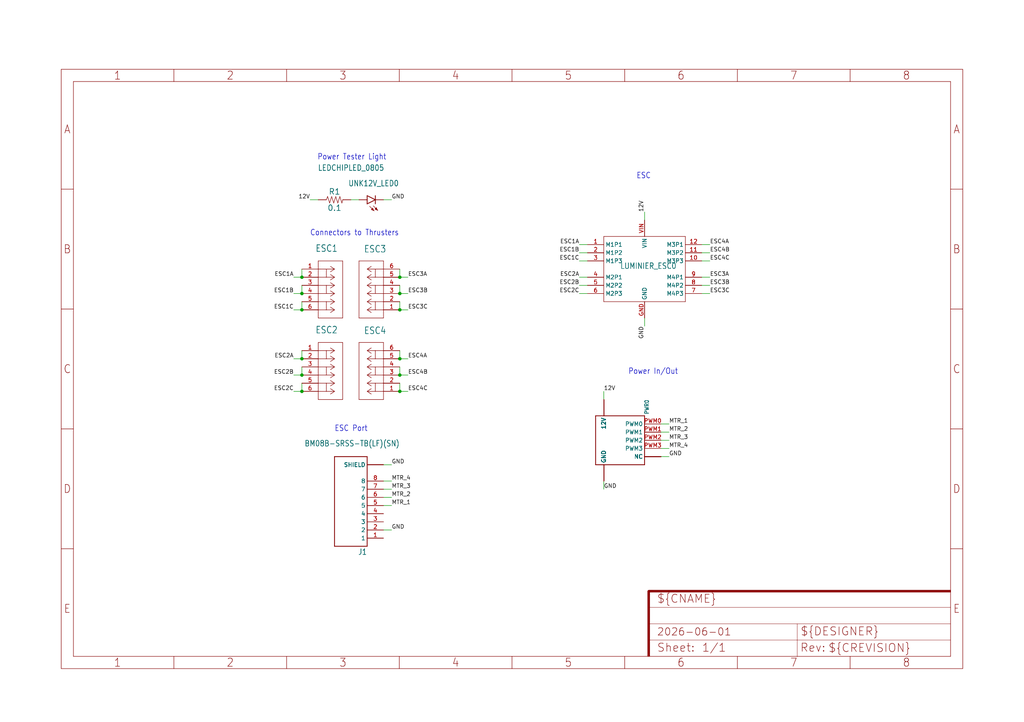
<source format=kicad_sch>
(kicad_sch (version 20231120) (generator "eeschema") (generator_version "8.0")
  (paper "User" 318.77 224.942)
  (lib_symbols
    (symbol "X16-ESC-Adapter-eagle-import:0.1OHM-0603-1/3W-1%"
      (property "Reference" "R" (at 0 1.524 0))
      (symbol "0.1OHM-0603-1/3W-1%_1_0"
        (polyline (pts (xy -2.54 0) (xy -2.159 1.016)) (stroke (width 0.1524)))
        (polyline (pts (xy -2.159 1.016) (xy -1.524 -1.016)) (stroke (width 0.1524)))
        (polyline (pts (xy -1.524 -1.016) (xy -0.889 1.016)) (stroke (width 0.1524)))
        (polyline (pts (xy -0.889 1.016) (xy -0.254 -1.016)) (stroke (width 0.1524)))
        (polyline (pts (xy -0.254 -1.016) (xy 0.381 1.016)) (stroke (width 0.1524)))
        (polyline (pts (xy 0.381 1.016) (xy 1.016 -1.016)) (stroke (width 0.1524)))
        (polyline (pts (xy 1.016 -1.016) (xy 1.651 1.016)) (stroke (width 0.1524)))
        (polyline (pts (xy 1.651 1.016) (xy 2.286 -1.016)) (stroke (width 0.1524)))
        (polyline (pts (xy 2.286 -1.016) (xy 2.54 0)) (stroke (width 0.1524)))
        (pin passive line (at -5.08 0 0) (length 2.54) (name "1") (number "1"))
        (pin passive line (at 5.08 0 180) (length 2.54) (name "2") (number "2"))
      )
    )
    (symbol "X16-ESC-Adapter-eagle-import:BM08B-SRSS-TB(LF)(SN)"
      (property "Reference" "J" (at -5.08 16.002 0))
      (symbol "BM08B-SRSS-TB(LF)(SN)_1_0"
        (polyline (pts (xy -5.08 -12.7) (xy 5.08 -12.7)) (stroke (width 0.254)))
        (polyline (pts (xy -5.08 15.24) (xy -5.08 -12.7)) (stroke (width 0.254)))
        (polyline (pts (xy 5.08 -12.7) (xy 5.08 15.24)) (stroke (width 0.254)))
        (polyline (pts (xy 5.08 15.24) (xy -5.08 15.24)) (stroke (width 0.254)))
        (pin passive line (at -10.16 12.7 0) (length 5.08) (name "1") (number "1"))
        (pin passive line (at -10.16 10.16 0) (length 5.08) (name "2") (number "2"))
        (pin passive line (at -10.16 7.62 0) (length 5.08) (name "3") (number "3"))
        (pin passive line (at -10.16 5.08 0) (length 5.08) (name "4") (number "4"))
        (pin passive line (at -10.16 2.54 0) (length 5.08) (name "5") (number "5"))
        (pin passive line (at -10.16 0 0) (length 5.08) (name "6") (number "6"))
        (pin passive line (at -10.16 -2.54 0) (length 5.08) (name "7") (number "7"))
        (pin passive line (at -10.16 -5.08 0) (length 5.08) (name "8") (number "8"))
        (pin passive line (at -10.16 -10.16 0) (length 5.08) (name "SHIELD") (number "S1"))
        (pin passive line (at -10.16 -10.16 0) (length 5.08) (name "SHIELD") (number "S2"))
      )
    )
    (symbol "X16-ESC-Adapter-eagle-import:CONN_1824750000"
      (symbol "CONN_1824750000_1_0"
        (polyline (pts (xy 5.08 -15.24) (xy 12.7 -15.24)) (stroke (width 0.1524)))
        (polyline (pts (xy 5.08 -12.7) (xy 5.08 -15.24)) (stroke (width 0.1524)))
        (polyline (pts (xy 5.08 -10.16) (xy 5.08 -12.7)) (stroke (width 0.1524)))
        (polyline (pts (xy 5.08 2.54) (xy 5.08 -10.16)) (stroke (width 0.1524)))
        (polyline (pts (xy 7.62 -12.7) (xy 5.08 -12.7)) (stroke (width 0.1524)))
        (polyline (pts (xy 7.62 -10.16) (xy 5.08 -10.16)) (stroke (width 0.1524)))
        (polyline (pts (xy 7.62 -10.16) (xy 7.62 -12.7)) (stroke (width 0.1524)))
        (polyline (pts (xy 7.62 -7.62) (xy 5.08 -7.62)) (stroke (width 0.1524)))
        (polyline (pts (xy 7.62 -5.08) (xy 5.08 -5.08)) (stroke (width 0.1524)))
        (polyline (pts (xy 7.62 -5.08) (xy 7.62 -7.62)) (stroke (width 0.1524)))
        (polyline (pts (xy 7.62 -2.54) (xy 5.08 -2.54)) (stroke (width 0.1524)))
        (polyline (pts (xy 7.62 0) (xy 5.08 0)) (stroke (width 0.1524)))
        (polyline (pts (xy 7.62 0) (xy 7.62 -2.54)) (stroke (width 0.1524)))
        (polyline (pts (xy 10.16 -12.7) (xy 7.62 -12.7)) (stroke (width 0.1524)))
        (polyline (pts (xy 10.16 -12.7) (xy 8.89 -13.5382)) (stroke (width 0.1524)))
        (polyline (pts (xy 10.16 -12.7) (xy 8.89 -11.8618)) (stroke (width 0.1524)))
        (polyline (pts (xy 10.16 -10.16) (xy 7.62 -10.16)) (stroke (width 0.1524)))
        (polyline (pts (xy 10.16 -10.16) (xy 8.89 -10.9982)) (stroke (width 0.1524)))
        (polyline (pts (xy 10.16 -10.16) (xy 8.89 -9.3218)) (stroke (width 0.1524)))
        (polyline (pts (xy 10.16 -7.62) (xy 7.62 -7.62)) (stroke (width 0.1524)))
        (polyline (pts (xy 10.16 -7.62) (xy 8.89 -8.4582)) (stroke (width 0.1524)))
        (polyline (pts (xy 10.16 -7.62) (xy 8.89 -6.7818)) (stroke (width 0.1524)))
        (polyline (pts (xy 10.16 -5.08) (xy 7.62 -5.08)) (stroke (width 0.1524)))
        (polyline (pts (xy 10.16 -5.08) (xy 8.89 -5.9182)) (stroke (width 0.1524)))
        (polyline (pts (xy 10.16 -5.08) (xy 8.89 -4.2418)) (stroke (width 0.1524)))
        (polyline (pts (xy 10.16 -2.54) (xy 7.62 -2.54)) (stroke (width 0.1524)))
        (polyline (pts (xy 10.16 -2.54) (xy 8.89 -3.3782)) (stroke (width 0.1524)))
        (polyline (pts (xy 10.16 -2.54) (xy 8.89 -1.7018)) (stroke (width 0.1524)))
        (polyline (pts (xy 10.16 0) (xy 7.62 0)) (stroke (width 0.1524)))
        (polyline (pts (xy 10.16 0) (xy 8.89 -0.8382)) (stroke (width 0.1524)))
        (polyline (pts (xy 10.16 0) (xy 8.89 0.8382)) (stroke (width 0.1524)))
        (polyline (pts (xy 12.7 -15.24) (xy 12.7 2.54)) (stroke (width 0.1524)))
        (polyline (pts (xy 12.7 2.54) (xy 5.08 2.54)) (stroke (width 0.1524)))
        (pin passive line (at 0 0 0) (length 5.08) (name "1") (number "1"))
        (pin passive line (at 0 -2.54 0) (length 5.08) (name "2") (number "2"))
        (pin passive line (at 0 -5.08 0) (length 5.08) (name "3") (number "3"))
        (pin passive line (at 0 -7.62 0) (length 5.08) (name "4") (number "4"))
        (pin passive line (at 0 -10.16 0) (length 5.08) (name "5") (number "5"))
        (pin passive line (at 0 -12.7 0) (length 5.08) (name "6") (number "6"))
      )
    )
    (symbol "X16-ESC-Adapter-eagle-import:CONN_BACKPLANE_ESC_ADAPTER"
      (symbol "CONN_BACKPLANE_ESC_ADAPTER_1_0"
        (polyline (pts (xy -2.54 -7.62) (xy -2.54 7.62)) (stroke (width 0.254)))
        (polyline (pts (xy -2.54 7.62) (xy 12.7 7.62)) (stroke (width 0.254)))
        (polyline (pts (xy 12.7 -7.62) (xy -2.54 -7.62)) (stroke (width 0.254)))
        (polyline (pts (xy 12.7 7.62) (xy 12.7 -7.62)) (stroke (width 0.254)))
        (pin bidirectional line (at 0 12.7 270) (length 5.08) (name "12V") (number "12V@10"))
        (pin bidirectional line (at 0 12.7 270) (length 5.08) (name "12V") (number "12V@11"))
        (pin bidirectional line (at 0 12.7 270) (length 5.08) (name "12V") (number "12V@12"))
        (pin bidirectional line (at 0 12.7 270) (length 5.08) (name "12V") (number "12V@3"))
        (pin bidirectional line (at 0 12.7 270) (length 5.08) (name "12V") (number "12V@4"))
        (pin bidirectional line (at 0 12.7 270) (length 5.08) (name "12V") (number "12V@5"))
        (pin bidirectional line (at 0 12.7 270) (length 5.08) (name "12V") (number "12V@6"))
        (pin bidirectional line (at 0 12.7 270) (length 5.08) (name "12V") (number "12V@7"))
        (pin bidirectional line (at 0 12.7 270) (length 5.08) (name "12V") (number "12V@8"))
        (pin bidirectional line (at 0 12.7 270) (length 5.08) (name "12V") (number "12V@9"))
        (pin bidirectional line (at 0 -12.7 90) (length 5.08) (name "GND") (number "GND@1"))
        (pin bidirectional line (at 0 -12.7 90) (length 5.08) (name "GND") (number "GND@10"))
        (pin bidirectional line (at 0 -12.7 90) (length 5.08) (name "GND") (number "GND@2"))
        (pin bidirectional line (at 0 -12.7 90) (length 5.08) (name "GND") (number "GND@3"))
        (pin bidirectional line (at 0 -12.7 90) (length 5.08) (name "GND") (number "GND@4"))
        (pin bidirectional line (at 0 -12.7 90) (length 5.08) (name "GND") (number "GND@5"))
        (pin bidirectional line (at 0 -12.7 90) (length 5.08) (name "GND") (number "GND@6"))
        (pin bidirectional line (at 0 -12.7 90) (length 5.08) (name "GND") (number "GND@7"))
        (pin bidirectional line (at 0 -12.7 90) (length 5.08) (name "GND") (number "GND@8"))
        (pin bidirectional line (at 0 -12.7 90) (length 5.08) (name "GND") (number "GND@9"))
        (pin bidirectional line (at 17.78 -5.08 180) (length 5.08) (name "NC") (number "NC@1"))
        (pin bidirectional line (at 17.78 -5.08 180) (length 5.08) (name "NC") (number "NC@2"))
        (pin bidirectional line (at 17.78 -5.08 180) (length 5.08) (name "NC") (number "NC@3"))
        (pin bidirectional line (at 17.78 -5.08 180) (length 5.08) (name "NC") (number "NC@4"))
        (pin bidirectional line (at 17.78 -5.08 180) (length 5.08) (name "NC") (number "NC@5"))
        (pin bidirectional line (at 17.78 -5.08 180) (length 5.08) (name "NC") (number "NC@6"))
        (pin bidirectional line (at 17.78 5.08 180) (length 5.08) (name "PWM0") (number "PWM0"))
        (pin bidirectional line (at 17.78 2.54 180) (length 5.08) (name "PWM1") (number "PWM1"))
        (pin bidirectional line (at 17.78 0 180) (length 5.08) (name "PWM2") (number "PWM2"))
        (pin bidirectional line (at 17.78 -2.54 180) (length 5.08) (name "PWM3") (number "PWM3"))
      )
    )
    (symbol "X16-ESC-Adapter-eagle-import:FRAME-A4L"
      (symbol "FRAME-A4L_1_0"
        (polyline (pts (xy -3.81 33.528) (xy 0 33.528)))
        (polyline (pts (xy -3.81 70.866) (xy 0 70.866)))
        (polyline (pts (xy -3.81 108.204) (xy 0 108.204)))
        (polyline (pts (xy -3.81 145.542) (xy 0 145.542)))
        (polyline (pts (xy 0 0) (xy 0 179.07)))
        (polyline (pts (xy 31.2738 -3.81) (xy 31.2738 0)))
        (polyline (pts (xy 31.2738 179.07) (xy 31.2738 182.88)))
        (polyline (pts (xy 66.3575 -3.81) (xy 66.3575 0)))
        (polyline (pts (xy 66.3575 179.07) (xy 66.3575 182.88)))
        (polyline (pts (xy 101.4413 -3.81) (xy 101.4413 0)))
        (polyline (pts (xy 101.4413 179.07) (xy 101.4413 182.88)))
        (polyline (pts (xy 136.525 -3.81) (xy 136.525 0)))
        (polyline (pts (xy 136.525 179.07) (xy 136.525 182.88)))
        (polyline (pts (xy 171.6088 -3.81) (xy 171.6088 0)))
        (polyline (pts (xy 171.6088 179.07) (xy 171.6088 182.88)))
        (polyline (pts (xy 179.07 10.16) (xy 225.29 10.16)) (stroke (width 0.1016)))
        (polyline (pts (xy 179.07 15.24) (xy 273.05 15.24)) (stroke (width 0.1016)))
        (polyline (pts (xy 179.07 19.05) (xy 179.07 20.32)) (stroke (width 0.6096)))
        (polyline (pts (xy 179.07 20.32) (xy 180.34 20.32)) (stroke (width 0.6096)))
        (polyline (pts (xy 206.6925 -3.81) (xy 206.6925 0)))
        (polyline (pts (xy 206.6925 179.07) (xy 206.6925 182.88)))
        (polyline (pts (xy 225.29 -0.1) (xy 225.29 5.08)) (stroke (width 0.1016)))
        (polyline (pts (xy 225.29 5.08) (xy 179.07 5.08)) (stroke (width 0.1016)))
        (polyline (pts (xy 225.29 5.08) (xy 225.29 10.16)) (stroke (width 0.1016)))
        (polyline (pts (xy 225.29 5.08) (xy 273.05 5.08)) (stroke (width 0.1016)))
        (polyline (pts (xy 225.29 10.16) (xy 273.05 10.16)) (stroke (width 0.1016)))
        (polyline (pts (xy 241.7763 -3.81) (xy 241.7763 0)))
        (polyline (pts (xy 241.7763 179.07) (xy 241.7763 182.88)))
        (polyline (pts (xy 273.05 0) (xy 0 0)))
        (polyline (pts (xy 273.05 0) (xy 273.05 179.07)))
        (polyline (pts (xy 273.05 33.528) (xy 276.86 33.528)))
        (polyline (pts (xy 273.05 70.866) (xy 276.86 70.866)))
        (polyline (pts (xy 273.05 108.204) (xy 276.86 108.204)))
        (polyline (pts (xy 273.05 145.542) (xy 276.86 145.542)))
        (polyline (pts (xy 273.05 179.07) (xy 0 179.07)))
        (polyline (pts (xy -3.81 -3.81) (xy 276.86 -3.81) (xy 276.86 182.88) (xy -3.81 182.88) (xy -3.81 -3.81)))
        (rectangle (start 178.7652 0) (end 179.3748 20.32) (fill (type outline)))
        (rectangle (start 179.07 20.6248) (end 273.05 20.0152) (fill (type outline)))
        (text "${#}/${##}" (at 195.58 1.27 0) (effects (font (size 2.54 2.54)) (justify left bottom)))
        (text "${CNAME}" (at 181.61 16.51 0) (effects (font (size 2.54 2.54)) (justify left bottom)))
        (text "${CREVISION}" (at 234.92 1.17 0) (effects (font (size 2.54 2.54)) (justify left bottom)))
        (text "${CURRENT_DATE}" (at 181.61 6.35 0) (effects (font (size 2.286 2.286)) (justify left bottom)))
        (text "${DESIGNER}" (at 226.26 6.35 0) (effects (font (size 2.54 2.54)) (justify left bottom)))
        (text "${PROJECTNAME}" (at 181.61 11.43 0) (effects (font (size 2.54 2.54)) (justify left bottom)))
        (text "1" (at 13.7319 -1.905 0) (effects (font (size 2.54 2.286))))
        (text "1" (at 13.7319 180.975 0) (effects (font (size 2.54 2.286))))
        (text "2" (at 48.8156 -1.905 0) (effects (font (size 2.54 2.286))))
        (text "2" (at 48.8156 180.975 0) (effects (font (size 2.54 2.286))))
        (text "3" (at 83.8994 -1.905 0) (effects (font (size 2.54 2.286))))
        (text "3" (at 83.8994 180.975 0) (effects (font (size 2.54 2.286))))
        (text "4" (at 118.9831 -1.905 0) (effects (font (size 2.54 2.286))))
        (text "4" (at 118.9831 180.975 0) (effects (font (size 2.54 2.286))))
        (text "5" (at 154.0669 -1.905 0) (effects (font (size 2.54 2.286))))
        (text "5" (at 154.0669 180.975 0) (effects (font (size 2.54 2.286))))
        (text "6" (at 189.1506 -1.905 0) (effects (font (size 2.54 2.286))))
        (text "6" (at 189.1506 180.975 0) (effects (font (size 2.54 2.286))))
        (text "7" (at 224.2344 -1.905 0) (effects (font (size 2.54 2.286))))
        (text "7" (at 224.2344 180.975 0) (effects (font (size 2.54 2.286))))
        (text "8" (at 259.3181 -1.905 0) (effects (font (size 2.54 2.286))))
        (text "8" (at 259.3181 180.975 0) (effects (font (size 2.54 2.286))))
        (text "A" (at -1.905 164.211 0) (effects (font (size 2.54 2.286))))
        (text "A" (at 274.955 164.211 0) (effects (font (size 2.54 2.286))))
        (text "B" (at -1.905 126.873 0) (effects (font (size 2.54 2.286))))
        (text "B" (at 274.955 126.873 0) (effects (font (size 2.54 2.286))))
        (text "C" (at -1.905 89.535 0) (effects (font (size 2.54 2.286))))
        (text "C" (at 274.955 89.535 0) (effects (font (size 2.54 2.286))))
        (text "D" (at -1.905 52.197 0) (effects (font (size 2.54 2.286))))
        (text "D" (at 274.955 52.197 0) (effects (font (size 2.54 2.286))))
        (text "E" (at -1.905 14.859 0) (effects (font (size 2.54 2.286))))
        (text "E" (at 274.955 14.859 0) (effects (font (size 2.54 2.286))))
        (text "Rev:" (at 226.16 1.27 0) (effects (font (size 2.54 2.54)) (justify left bottom)))
        (text "Sheet:" (at 181.61 1.27 0) (effects (font (size 2.54 2.54)) (justify left bottom)))
      )
    )
    (symbol "X16-ESC-Adapter-eagle-import:LEDCHIPLED_0805"
      (property "Reference" "LED" (at 3.556 -4.572 90))
      (symbol "LEDCHIPLED_0805_1_0"
        (polyline (pts (xy -2.032 -0.762) (xy -3.429 -2.159)) (stroke (width 0.1524)))
        (polyline (pts (xy -1.905 -1.905) (xy -3.302 -3.302)) (stroke (width 0.1524)))
        (polyline (pts (xy 0 -2.54) (xy -1.27 -2.54)) (stroke (width 0.254)))
        (polyline (pts (xy 0 -2.54) (xy -1.27 0)) (stroke (width 0.254)))
        (polyline (pts (xy 0 0) (xy -1.27 0)) (stroke (width 0.254)))
        (polyline (pts (xy 1.27 -2.54) (xy 0 -2.54)) (stroke (width 0.254)))
        (polyline (pts (xy 1.27 0) (xy 0 -2.54)) (stroke (width 0.254)))
        (polyline (pts (xy 1.27 0) (xy 0 0)) (stroke (width 0.254)))
        (polyline (pts (xy -3.429 -2.159) (xy -3.048 -1.27) (xy -2.54 -1.778)) (stroke (width 0.1524)) (fill (type outline)))
        (polyline (pts (xy -3.302 -3.302) (xy -2.921 -2.413) (xy -2.413 -2.921)) (stroke (width 0.1524)) (fill (type outline)))
        (pin passive line (at 0 2.54 270) (length 2.54) (name "A") (number "A"))
        (pin passive line (at 0 -5.08 90) (length 2.54) (name "C") (number "C"))
      )
    )
    (symbol "X16-ESC-Adapter-eagle-import:LUMENIER"
      (symbol "LUMENIER_1_0"
        (polyline (pts (xy 0 0) (xy 0 20.32)) (stroke (width 0.1524)))
        (polyline (pts (xy 0 0) (xy 25.4 0)) (stroke (width 0.1524)))
        (polyline (pts (xy 0 20.32) (xy 25.4 20.32)) (stroke (width 0.1524)))
        (polyline (pts (xy 25.4 0) (xy 25.4 20.32)) (stroke (width 0.1524)))
        (pin bidirectional line (at -5.08 17.78 0) (length 5.08) (name "M1P1") (number "1"))
        (pin bidirectional line (at 30.48 12.7 180) (length 5.08) (name "M3P3") (number "10"))
        (pin bidirectional line (at 30.48 15.24 180) (length 5.08) (name "M3P2") (number "11"))
        (pin bidirectional line (at 30.48 17.78 180) (length 5.08) (name "M3P1") (number "12"))
        (pin bidirectional line (at -5.08 15.24 0) (length 5.08) (name "M1P2") (number "2"))
        (pin bidirectional line (at -5.08 12.7 0) (length 5.08) (name "M1P3") (number "3"))
        (pin bidirectional line (at -5.08 7.62 0) (length 5.08) (name "M2P1") (number "4"))
        (pin bidirectional line (at -5.08 5.08 0) (length 5.08) (name "M2P2") (number "5"))
        (pin bidirectional line (at -5.08 2.54 0) (length 5.08) (name "M2P3") (number "6"))
        (pin bidirectional line (at 30.48 2.54 180) (length 5.08) (name "M4P3") (number "7"))
        (pin bidirectional line (at 30.48 5.08 180) (length 5.08) (name "M4P2") (number "8"))
        (pin bidirectional line (at 30.48 7.62 180) (length 5.08) (name "M4P1") (number "9"))
        (pin bidirectional line (at 12.7 -5.08 90) (length 5.08) (name "GND") (number "GND"))
        (pin bidirectional line (at 12.7 25.4 270) (length 5.08) (name "VIN") (number "VIN"))
      )
    )
  )
  (junction (at 124.46 96.52))
  (junction (at 124.46 116.84))
  (junction (at 124.46 111.76))
  (junction (at 93.98 116.84))
  (junction (at 124.46 86.36))
  (junction (at 93.98 111.76))
  (junction (at 93.98 91.44))
  (junction (at 124.46 91.44))
  (junction (at 93.98 86.36))
  (junction (at 124.46 121.92))
  (junction (at 93.98 96.52))
  (junction (at 93.98 121.92))
  (wire (pts (xy 218.44 76.2) (xy 220.98 76.2)) (stroke (width 0.1524)))
  (wire (pts (xy 93.98 83.82) (xy 93.98 86.36)) (stroke (width 0.1524)))
  (wire (pts (xy 218.44 78.74) (xy 220.98 78.74)) (stroke (width 0.1524)))
  (wire (pts (xy 119.38 165.1) (xy 121.92 165.1)) (stroke (width 0.1524)))
  (wire (pts (xy 218.44 91.44) (xy 220.98 91.44)) (stroke (width 0.1524)))
  (wire (pts (xy 93.98 109.22) (xy 93.98 111.76)) (stroke (width 0.1524)))
  (wire (pts (xy 119.38 152.4) (xy 121.92 152.4)) (stroke (width 0.1524)))
  (wire (pts (xy 93.98 114.3) (xy 93.98 116.84)) (stroke (width 0.1524)))
  (wire (pts (xy 182.88 81.28) (xy 180.34 81.28)) (stroke (width 0.1524)))
  (wire (pts (xy 182.88 86.36) (xy 180.34 86.36)) (stroke (width 0.1524)))
  (wire (pts (xy 124.46 86.36) (xy 127 86.36)) (stroke (width 0.1524)))
  (wire (pts (xy 124.46 111.76) (xy 127 111.76)) (stroke (width 0.1524)))
  (wire (pts (xy 119.38 154.94) (xy 121.92 154.94)) (stroke (width 0.1524)))
  (wire (pts (xy 124.46 114.3) (xy 124.46 116.84)) (stroke (width 0.1524)))
  (wire (pts (xy 218.44 88.9) (xy 220.98 88.9)) (stroke (width 0.1524)))
  (wire (pts (xy 109.22 62.23) (xy 111.76 62.23)) (stroke (width 0.1524)))
  (wire (pts (xy 182.88 78.74) (xy 180.34 78.74)) (stroke (width 0.1524)))
  (wire (pts (xy 124.46 109.22) (xy 124.46 111.76)) (stroke (width 0.1524)))
  (wire (pts (xy 124.46 91.44) (xy 127 91.44)) (stroke (width 0.1524)))
  (wire (pts (xy 93.98 91.44) (xy 91.44 91.44)) (stroke (width 0.1524)))
  (wire (pts (xy 93.98 88.9) (xy 93.98 91.44)) (stroke (width 0.1524)))
  (wire (pts (xy 124.46 121.92) (xy 127 121.92)) (stroke (width 0.1524)))
  (wire (pts (xy 124.46 116.84) (xy 127 116.84)) (stroke (width 0.1524)))
  (wire (pts (xy 218.44 86.36) (xy 220.98 86.36)) (stroke (width 0.1524)))
  (wire (pts (xy 93.98 116.84) (xy 91.44 116.84)) (stroke (width 0.1524)))
  (wire (pts (xy 205.74 139.7) (xy 208.28 139.7)) (stroke (width 0.1524)))
  (wire (pts (xy 182.88 91.44) (xy 180.34 91.44)) (stroke (width 0.1524)))
  (wire (pts (xy 187.96 149.86) (xy 187.96 152.4)) (stroke (width 0.1524)))
  (wire (pts (xy 124.46 88.9) (xy 124.46 91.44)) (stroke (width 0.1524)))
  (wire (pts (xy 124.46 119.38) (xy 124.46 121.92)) (stroke (width 0.1524)))
  (wire (pts (xy 205.74 134.62) (xy 208.28 134.62)) (stroke (width 0.1524)))
  (wire (pts (xy 119.38 157.48) (xy 121.92 157.48)) (stroke (width 0.1524)))
  (wire (pts (xy 187.96 124.46) (xy 187.96 121.92)) (stroke (width 0.1524)))
  (wire (pts (xy 124.46 93.98) (xy 124.46 96.52)) (stroke (width 0.1524)))
  (wire (pts (xy 93.98 86.36) (xy 91.44 86.36)) (stroke (width 0.1524)))
  (wire (pts (xy 124.46 96.52) (xy 127 96.52)) (stroke (width 0.1524)))
  (wire (pts (xy 218.44 81.28) (xy 220.98 81.28)) (stroke (width 0.1524)))
  (wire (pts (xy 93.98 121.92) (xy 91.44 121.92)) (stroke (width 0.1524)))
  (wire (pts (xy 93.98 93.98) (xy 93.98 96.52)) (stroke (width 0.1524)))
  (wire (pts (xy 205.74 132.08) (xy 208.28 132.08)) (stroke (width 0.1524)))
  (wire (pts (xy 205.74 137.16) (xy 208.28 137.16)) (stroke (width 0.1524)))
  (wire (pts (xy 93.98 96.52) (xy 91.44 96.52)) (stroke (width 0.1524)))
  (wire (pts (xy 200.66 99.06) (xy 200.66 101.6)) (stroke (width 0.1524)))
  (wire (pts (xy 200.66 68.58) (xy 200.66 66.04)) (stroke (width 0.1524)))
  (wire (pts (xy 119.38 62.23) (xy 121.92 62.23)) (stroke (width 0.1524)))
  (wire (pts (xy 99.06 62.23) (xy 96.52 62.23)) (stroke (width 0.1524)))
  (wire (pts (xy 124.46 83.82) (xy 124.46 86.36)) (stroke (width 0.1524)))
  (wire (pts (xy 182.88 76.2) (xy 180.34 76.2)) (stroke (width 0.1524)))
  (wire (pts (xy 119.38 149.86) (xy 121.92 149.86)) (stroke (width 0.1524)))
  (wire (pts (xy 119.38 144.78) (xy 121.92 144.78)) (stroke (width 0.1524)))
  (wire (pts (xy 182.88 88.9) (xy 180.34 88.9)) (stroke (width 0.1524)))
  (wire (pts (xy 205.74 142.24) (xy 208.28 142.24)) (stroke (width 0.1524)))
  (wire (pts (xy 93.98 119.38) (xy 93.98 121.92)) (stroke (width 0.1524)))
  (wire (pts (xy 93.98 111.76) (xy 91.44 111.76)) (stroke (width 0.1524)))
  (text "Connectors to Thrusters" (at 96.52 73.66 0) (effects (font (size 1.778 1.5113)) (justify left bottom)))
  (text "Power In/Out" (at 195.58 116.84 0) (effects (font (size 1.778 1.5113)) (justify left bottom)))
  (text "ESC Port" (at 104.14 134.62 0) (effects (font (size 1.778 1.5113)) (justify left bottom)))
  (text "ESC" (at 198.12 55.88 0) (effects (font (size 1.778 1.5113)) (justify left bottom)))
  (text "Power Tester Light" (at 98.806 50.038 0) (effects (font (size 1.778 1.5113)) (justify left bottom)))
  (label "ESC2C" (at 91.44 121.92 180) (effects (font (size 1.2446 1.2446))))
  (label "GND" (at 121.92 144.78 0) (effects (font (size 1.2446 1.2446))))
  (label "MTR_2" (at 121.92 154.94 0) (effects (font (size 1.2446 1.2446))))
  (label "ESC3C" (at 220.98 91.44 0) (effects (font (size 1.2446 1.2446))))
  (label "ESC4B" (at 220.98 78.74 0) (effects (font (size 1.2446 1.2446))))
  (label "MTR_1" (at 121.92 157.48 0) (effects (font (size 1.2446 1.2446))))
  (label "MTR_3" (at 121.92 152.4 0) (effects (font (size 1.2446 1.2446))))
  (label "MTR_4" (at 121.92 149.86 0) (effects (font (size 1.2446 1.2446))))
  (label "12V" (at 96.52 62.23 180) (effects (font (size 1.2446 1.2446))))
  (label "ESC2A" (at 91.44 111.76 180) (effects (font (size 1.2446 1.2446))))
  (label "ESC1B" (at 91.44 91.44 180) (effects (font (size 1.2446 1.2446))))
  (label "ESC4C" (at 127 121.92 0) (effects (font (size 1.2446 1.2446))))
  (label "MTR_3" (at 208.28 137.16 0) (effects (font (size 1.2446 1.2446))))
  (label "ESC4A" (at 220.98 76.2 0) (effects (font (size 1.2446 1.2446))))
  (label "GND" (at 200.66 101.6 270) (effects (font (size 1.2446 1.2446))))
  (label "ESC3A" (at 220.98 86.36 0) (effects (font (size 1.2446 1.2446))))
  (label "GND" (at 208.28 142.24 0) (effects (font (size 1.2446 1.2446))))
  (label "GND" (at 187.96 152.4 0) (effects (font (size 1.2446 1.2446))))
  (label "ESC4B" (at 127 116.84 0) (effects (font (size 1.2446 1.2446))))
  (label "ESC2C" (at 180.34 91.44 180) (effects (font (size 1.2446 1.2446))))
  (label "ESC3B" (at 220.98 88.9 0) (effects (font (size 1.2446 1.2446))))
  (label "ESC1C" (at 91.44 96.52 180) (effects (font (size 1.2446 1.2446))))
  (label "12V" (at 200.66 66.04 90) (effects (font (size 1.2446 1.2446))))
  (label "ESC4C" (at 220.98 81.28 0) (effects (font (size 1.2446 1.2446))))
  (label "ESC2B" (at 180.34 88.9 180) (effects (font (size 1.2446 1.2446))))
  (label "MTR_4" (at 208.28 139.7 0) (effects (font (size 1.2446 1.2446))))
  (label "ESC1C" (at 180.34 81.28 180) (effects (font (size 1.2446 1.2446))))
  (label "ESC4A" (at 127 111.76 0) (effects (font (size 1.2446 1.2446))))
  (label "MTR_2" (at 208.28 134.62 0) (effects (font (size 1.2446 1.2446))))
  (label "12V" (at 187.96 121.92 0) (effects (font (size 1.2446 1.2446))))
  (label "MTR_1" (at 208.28 132.08 0) (effects (font (size 1.2446 1.2446))))
  (label "ESC1B" (at 180.34 78.74 180) (effects (font (size 1.2446 1.2446))))
  (label "ESC3C" (at 127 96.52 0) (effects (font (size 1.2446 1.2446))))
  (label "ESC2B" (at 91.44 116.84 180) (effects (font (size 1.2446 1.2446))))
  (label "ESC3A" (at 127 86.36 0) (effects (font (size 1.2446 1.2446))))
  (label "ESC1A" (at 91.44 86.36 180) (effects (font (size 1.2446 1.2446))))
  (label "ESC2A" (at 180.34 86.36 180) (effects (font (size 1.2446 1.2446))))
  (label "GND" (at 121.92 62.23 0) (effects (font (size 1.2446 1.2446))))
  (label "GND" (at 121.92 165.1 0) (effects (font (size 1.2446 1.2446))))
  (label "ESC3B" (at 127 91.44 0) (effects (font (size 1.2446 1.2446))))
  (label "ESC1A" (at 180.34 76.2 180) (effects (font (size 1.2446 1.2446))))
  (symbol (lib_id "X16-ESC-Adapter-eagle-import:CONN_1824750000") (at 124.46 121.92 180) (unit 1)
    (property "Reference" "ESC4" (at 120.2944 101.8286 0) (effects (font (size 2.0828 1.7703)) (justify left bottom)))
    (property "Value" "CONN_1824750000" (effects (hide yes)))
    (property "Footprint" "X16-ESC-Adapter:CONN3_1824750000_WED" (effects (hide yes)))
  )
  (symbol (lib_id "X16-ESC-Adapter-eagle-import:CONN_BACKPLANE_ESC_ADAPTER") (at 187.96 137.16 0) (unit 1)
    (property "Reference" "PWR0" (at 200.66 124.46 90) (effects (font (size 1.27 1.0795)) (justify right top)))
    (property "Value" "CONN_BACKPLANE_ESC_ADAPTER" (effects (hide yes)))
    (property "Footprint" "X16-ESC-Adapter:CONN_BACKPLANE_ESC_ADAPTER" (effects (hide yes)))
  )
  (symbol (lib_id "X16-ESC-Adapter-eagle-import:FRAME-A4L") (at 22.86 204.47 0) (unit 1)
    (property "Reference" "#FRAME1" (effects (hide yes)))
    (property "Value" "FRAME-A4L" (effects (hide yes)))
  )
  (symbol (lib_id "X16-ESC-Adapter-eagle-import:CONN_1824750000") (at 93.98 109.22 0) (unit 1)
    (property "Reference" "ESC2" (at 98.1456 103.9114 0) (effects (font (size 2.0828 1.7703)) (justify left bottom)))
    (property "Value" "CONN_1824750000" (effects (hide yes)))
    (property "Footprint" "X16-ESC-Adapter:CONN3_1824750000_WED" (effects (hide yes)))
  )
  (symbol (lib_id "X16-ESC-Adapter-eagle-import:BM08B-SRSS-TB(LF)(SN)") (at 109.22 154.94 180) (unit 1)
    (property "Reference" "J1" (at 114.3 170.942 0) (effects (font (size 1.778 1.5113)) (justify left bottom)))
    (property "Value" "BM08B-SRSS-TB(LF)(SN)" (at 124.46 137.16 0) (effects (font (size 1.778 1.5113)) (justify left bottom)))
    (property "Footprint" "X16-ESC-Adapter:JST_BM08B-SRSS-TB(LF)(SN)" (effects (hide yes)))
  )
  (symbol (lib_id "X16-ESC-Adapter-eagle-import:CONN_1824750000") (at 124.46 96.52 180) (unit 1)
    (property "Reference" "ESC3" (at 120.2944 76.4286 0) (effects (font (size 2.0828 1.7703)) (justify left bottom)))
    (property "Value" "CONN_1824750000" (effects (hide yes)))
    (property "Footprint" "X16-ESC-Adapter:CONN3_1824750000_WED" (effects (hide yes)))
  )
  (symbol (lib_id "X16-ESC-Adapter-eagle-import:LUMENIER") (at 187.96 93.98 0) (unit 1)
    (property "Reference" "LUMINIER_ESC0" (at 193.04 83.82 0) (effects (font (size 1.778 1.5113)) (justify left bottom)))
    (property "Value" "LUMENIER" (effects (hide yes)))
    (property "Footprint" "X16-ESC-Adapter:LUMENIER" (effects (hide yes)))
  )
  (symbol (lib_id "X16-ESC-Adapter-eagle-import:CONN_1824750000") (at 93.98 83.82 0) (unit 1)
    (property "Reference" "ESC1" (at 98.1456 78.5114 0) (effects (font (size 2.0828 1.7703)) (justify left bottom)))
    (property "Value" "CONN_1824750000" (effects (hide yes)))
    (property "Footprint" "X16-ESC-Adapter:CONN3_1824750000_WED" (effects (hide yes)))
  )
  (symbol (lib_id "X16-ESC-Adapter-eagle-import:LEDCHIPLED_0805") (at 114.3 62.23 90) (unit 1)
    (property "Reference" "UNK12V_LED0" (at 124.206 56.134 90) (effects (font (size 1.778 1.5113)) (justify left bottom)))
    (property "Value" "LEDCHIPLED_0805" (at 119.634 51.308 90) (effects (font (size 1.778 1.5113)) (justify left bottom)))
    (property "Footprint" "X16-ESC-Adapter:CHIPLED_0805" (effects (hide yes)))
  )
  (symbol (lib_id "X16-ESC-Adapter-eagle-import:0.1OHM-0603-1/3W-1%") (at 104.14 62.23 0) (unit 1)
    (property "Reference" "R1" (at 104.14 60.706 0) (effects (font (size 1.778 1.778)) (justify bottom)))
    (property "Value" "0.1" (at 104.14 63.754 0) (effects (font (size 1.778 1.778)) (justify top)))
    (property "Footprint" "X16-ESC-Adapter:0603" (effects (hide yes)))
  )
)
</source>
